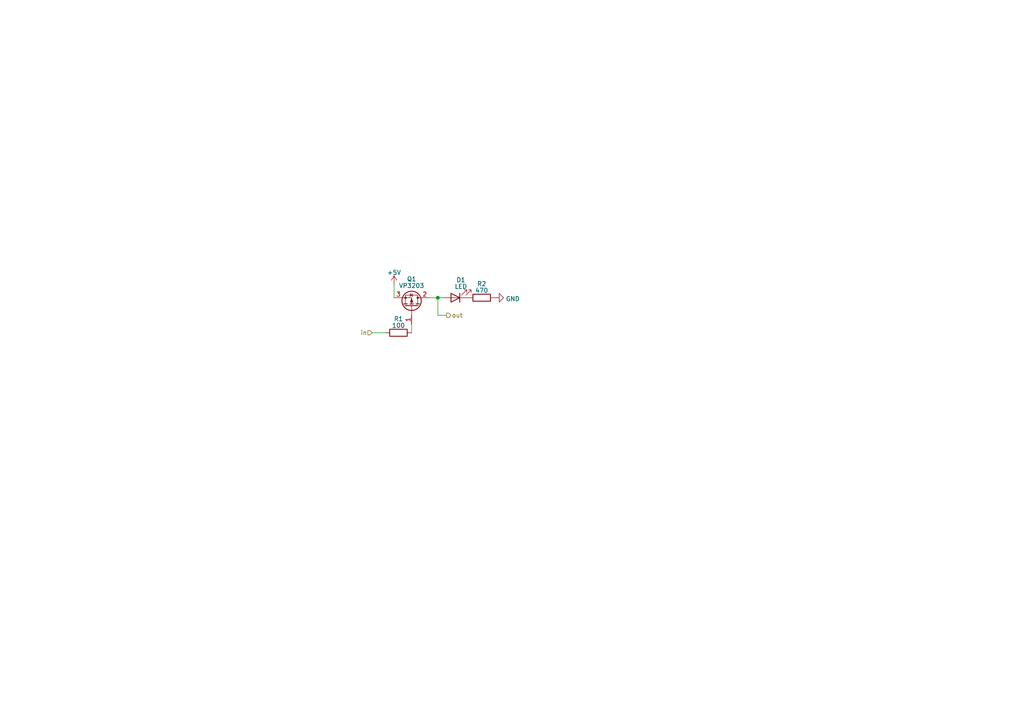
<source format=kicad_sch>
(kicad_sch (version 20230121) (generator eeschema)
  (paper "A4")
  (lib_symbols
    (symbol "Device:LED" (pin_numbers hide) (pin_names (offset 1.016) hide)
      (property "Reference" "D" (at 0 2.54 0))
      (property "Value" "LED" (at 0 -2.54 0))
      (symbol "LED_0_1"
        (polyline (pts (xy -1.27 -1.27) (xy -1.27 1.27)) (stroke (width 0.254)))
        (polyline (pts (xy -1.27 0) (xy 1.27 0)))
        (polyline (pts (xy 1.27 -1.27) (xy 1.27 1.27) (xy -1.27 0) (xy 1.27 -1.27)) (stroke (width 0.254)))
        (polyline (pts (xy -3.048 -0.762) (xy -4.572 -2.286) (xy -3.81 -2.286) (xy -4.572 -2.286) (xy -4.572 -1.524)))
        (polyline (pts (xy -1.778 -0.762) (xy -3.302 -2.286) (xy -2.54 -2.286) (xy -3.302 -2.286) (xy -3.302 -1.524)))
      )
      (symbol "LED_1_1"
        (pin passive line (at -3.81 0 0) (length 2.54) (name "K") (number "1"))
        (pin passive line (at 3.81 0 180) (length 2.54) (name "A") (number "2"))
      )
    )
    (symbol "Device:Q_PMOS_GDS" (pin_names (offset 0) hide)
      (property "Reference" "Q" (at 5.08 1.27 0))
      (property "Value" "Q_PMOS_GDS" (at 5.08 -1.27 0))
      (symbol "Q_PMOS_GDS_0_1"
        (polyline (pts (xy 0.254 0) (xy -2.54 0)))
        (polyline (pts (xy 0.254 1.905) (xy 0.254 -1.905)) (stroke (width 0.254)))
        (polyline (pts (xy 0.762 -1.27) (xy 0.762 -2.286)) (stroke (width 0.254)))
        (polyline (pts (xy 0.762 0.508) (xy 0.762 -0.508)) (stroke (width 0.254)))
        (polyline (pts (xy 0.762 2.286) (xy 0.762 1.27)) (stroke (width 0.254)))
        (polyline (pts (xy 2.54 2.54) (xy 2.54 1.778)))
        (polyline (pts (xy 2.54 -2.54) (xy 2.54 0) (xy 0.762 0)))
        (polyline (pts (xy 0.762 1.778) (xy 3.302 1.778) (xy 3.302 -1.778) (xy 0.762 -1.778)))
        (polyline (pts (xy 2.286 0) (xy 1.27 0.381) (xy 1.27 -0.381) (xy 2.286 0)) (fill (type outline)))
        (polyline (pts (xy 2.794 -0.508) (xy 2.921 -0.381) (xy 3.683 -0.381) (xy 3.81 -0.254)))
        (polyline (pts (xy 3.302 -0.381) (xy 2.921 0.254) (xy 3.683 0.254) (xy 3.302 -0.381)))
        (circle (center 1.651 0) (radius 2.794) (stroke (width 0.254)))
        (circle (center 2.54 -1.778) (radius 0.254) (fill (type outline)))
        (circle (center 2.54 1.778) (radius 0.254) (fill (type outline)))
      )
      (symbol "Q_PMOS_GDS_1_1"
        (pin input line (at -5.08 0 0) (length 2.54) (name "G") (number "1"))
        (pin passive line (at 2.54 5.08 270) (length 2.54) (name "D") (number "2"))
        (pin passive line (at 2.54 -5.08 90) (length 2.54) (name "S") (number "3"))
      )
    )
    (symbol "Device:R" (pin_numbers hide) (pin_names (offset 0))
      (property "Reference" "R" (at 2.032 0 90))
      (property "Value" "R" (at 0 0 90))
      (symbol "R_0_1"
        (rectangle (start -1.016 -2.54) (end 1.016 2.54) (stroke (width 0.254)))
      )
      (symbol "R_1_1"
        (pin passive line (at 0 3.81 270) (length 1.27) (name "~") (number "1"))
        (pin passive line (at 0 -3.81 90) (length 1.27) (name "~") (number "2"))
      )
    )
    (symbol "power:+5V" (power) (pin_names (offset 0))
      (property "Value" "+5V" (at 0 3.556 0))
      (symbol "+5V_0_1"
        (polyline (pts (xy -0.762 1.27) (xy 0 2.54)))
        (polyline (pts (xy 0 0) (xy 0 2.54)))
        (polyline (pts (xy 0 2.54) (xy 0.762 1.27)))
      )
      (symbol "+5V_1_1"
        (pin power_in line (at 0 0 90) (length 0) hide (name "+5V") (number "1"))
      )
    )
    (symbol "power:GND" (power) (pin_names (offset 0))
      (property "Value" "GND" (at 0 -3.81 0))
      (symbol "GND_0_1"
        (polyline (pts (xy 0 0) (xy 0 -1.27) (xy 1.27 -1.27) (xy 0 -2.54) (xy -1.27 -1.27) (xy 0 -1.27)))
      )
      (symbol "GND_1_1"
        (pin power_in line (at 0 0 270) (length 0) hide (name "GND") (number "1"))
      )
    )
  )
  (junction (at 127 86.36))
  (wire (pts (xy 114.3 82.55) (xy 114.3 86.36)))
  (wire (pts (xy 111.76 96.52) (xy 107.95 96.52)))
  (wire (pts (xy 128.27 86.36) (xy 127 86.36)))
  (wire (pts (xy 127 86.36) (xy 124.46 86.36)))
  (wire (pts (xy 119.38 96.52) (xy 119.38 93.98)))
  (wire (pts (xy 127 91.44) (xy 127 86.36)))
  (wire (pts (xy 129.54 91.44) (xy 127 91.44)))
  (hierarchical_label "out" (shape output) (at 129.54 91.44 0))
  (hierarchical_label "in" (shape input) (at 107.95 96.52 180))
  (symbol (lib_id "power:+5V") (at 114.3 82.55 0) (unit 1)
    (property "Reference" "#PWR027" (effects hide))
    (property "Value" "+5V" (at 114.3 79.0481 0))
    (instances (project "hall_sensor_matrix_v2" (path "" (reference "#PWR027") (unit 1)) (path "" (reference "#PWR029") (unit 1)) (path "" (reference "#PWR031") (unit 1)) (path "" (reference "#PWR033") (unit 1)) (path "" (reference "#PWR035") (unit 1)) (path "" (reference "#PWR037") (unit 1)) (path "" (reference "#PWR039") (unit 1)) (path "" (reference "#PWR041") (unit 1)) (path "" (reference "#PWR043") (unit 1))))
  )
  (symbol (lib_id "Device:R") (at 139.7 86.36 90) (unit 1)
    (property "Reference" "R2" (at 139.7 82.3341 90))
    (property "Value" "470" (at 139.7 84.2551 90))
    (property "Footprint" "Resistor_SMD:R_0805_2012Metric" (effects hide))
    (instances (project "hall_sensor_matrix_v2" (path "" (reference "R2") (unit 1)) (path "" (reference "R1") (unit 1)) (path "" (reference "R3") (unit 1)) (path "" (reference "R5") (unit 1)) (path "" (reference "R7") (unit 1)) (path "" (reference "R9") (unit 1)) (path "" (reference "R11") (unit 1)) (path "" (reference "R13") (unit 1)) (path "" (reference "R15") (unit 1))))
  )
  (symbol (lib_id "Device:Q_PMOS_GDS") (at 119.38 88.9 270) (mirror x) (unit 1)
    (property "Reference" "Q1" (at 119.38 80.9371 90))
    (property "Value" "VP3203" (at 119.38 82.8581 90))
    (property "Footprint" "Package_TO_SOT_SMD:SOT-89-3" (effects hide))
    (instances (project "hall_sensor_matrix_v2" (path "" (reference "Q1") (unit 1)) (path "" (reference "Q2") (unit 1)) (path "" (reference "Q3") (unit 1)) (path "" (reference "Q4") (unit 1)) (path "" (reference "Q5") (unit 1)) (path "" (reference "Q6") (unit 1)) (path "" (reference "Q7") (unit 1)) (path "" (reference "Q8") (unit 1))))
  )
  (symbol (lib_id "Device:LED") (at 132.08 86.36 180) (unit 1)
    (property "Reference" "D1" (at 133.6675 81.1911 0))
    (property "Value" "LED" (at 133.6675 83.1121 0))
    (property "Footprint" "LED_SMD:LED_0603_1608Metric_Pad1.05x0.95mm_HandSolder" (effects hide))
    (instances (project "hall_sensor_matrix_v2" (path "" (reference "D1") (unit 1)) (path "" (reference "D1") (unit 1)) (path "" (reference "D2") (unit 1)) (path "" (reference "D3") (unit 1)) (path "" (reference "D4") (unit 1)) (path "" (reference "D5") (unit 1)) (path "" (reference "D6") (unit 1)) (path "" (reference "D7") (unit 1)) (path "" (reference "D8") (unit 1))))
  )
  (symbol (lib_id "Device:R") (at 115.57 96.52 90) (unit 1)
    (property "Reference" "R1" (at 115.57 92.4941 90))
    (property "Value" "100" (at 115.57 94.4151 90))
    (property "Footprint" "Resistor_SMD:R_0805_2012Metric" (effects hide))
    (instances (project "hall_sensor_matrix_v2" (path "" (reference "R1") (unit 1)) (path "" (reference "R2") (unit 1)) (path "" (reference "R4") (unit 1)) (path "" (reference "R6") (unit 1)) (path "" (reference "R8") (unit 1)) (path "" (reference "R10") (unit 1)) (path "" (reference "R12") (unit 1)) (path "" (reference "R14") (unit 1)) (path "" (reference "R16") (unit 1))))
  )
  (symbol (lib_id "power:GND") (at 143.51 86.36 90) (unit 1)
    (property "Reference" "#PWR028" (effects hide))
    (property "Value" "GND" (at 146.685 86.6768 90) (effects (justify right)))
    (instances (project "hall_sensor_matrix_v2" (path "" (reference "#PWR028") (unit 1)) (path "" (reference "#PWR030") (unit 1)) (path "" (reference "#PWR032") (unit 1)) (path "" (reference "#PWR034") (unit 1)) (path "" (reference "#PWR036") (unit 1)) (path "" (reference "#PWR038") (unit 1)) (path "" (reference "#PWR040") (unit 1)) (path "" (reference "#PWR042") (unit 1)) (path "" (reference "#PWR044") (unit 1))))
  )
)
</source>
